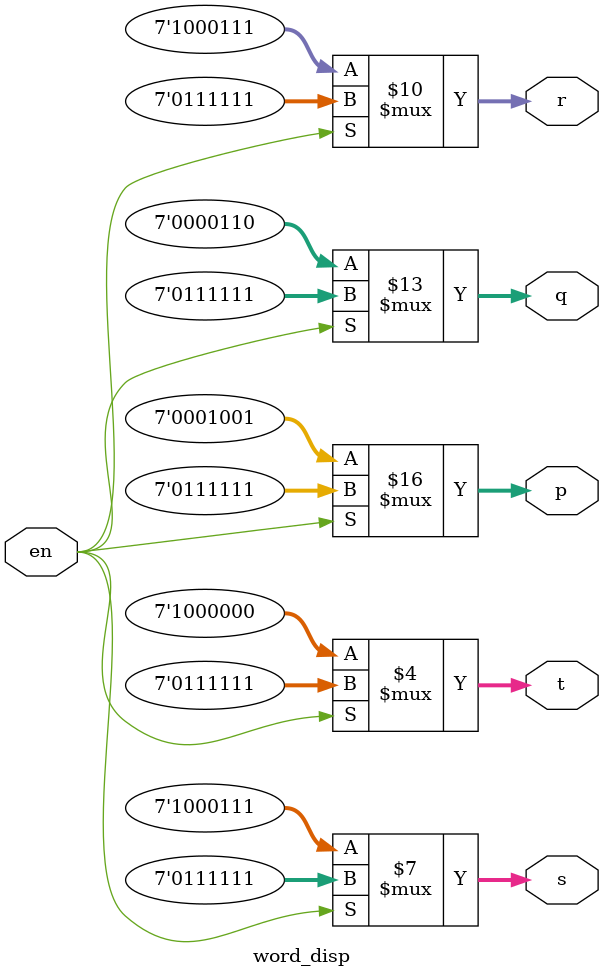
<source format=v>
module word_disp(en,p,q,r,s,t);
input en;
output reg [6:0]p,q,r,s,t;
initial
begin
p={7{1'b1}};
q={7{1'b1}};
r={7{1'b1}};
s={7{1'b1}};
t={7{1'b1}};
end
always @(*)
begin
if(en)  
   begin
	p=7'b0111111;
	q=7'b0111111;
	r=7'b0111111;
	s=7'b0111111;
	t=7'b0111111;
	end
else
  begin
    p=7'b0001001;
	q=7'b0000110;
	r=7'b1000111;
	s=7'b1000111;
	t=7'b1000000;
	end
end
endmodule
	

</source>
